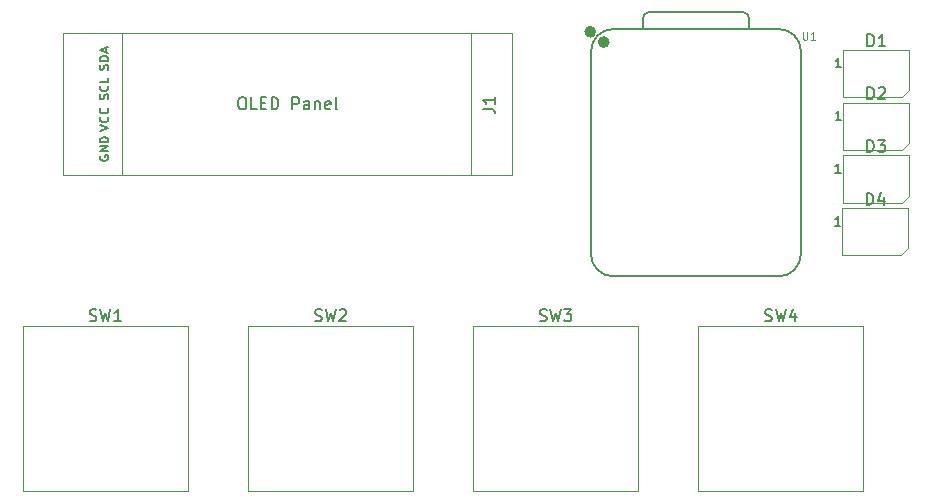
<source format=gbr>
%TF.GenerationSoftware,KiCad,Pcbnew,9.0.6*%
%TF.CreationDate,2025-12-02T23:32:36+00:00*%
%TF.ProjectId,MyPCB,4d795043-422e-46b6-9963-61645f706362,rev?*%
%TF.SameCoordinates,Original*%
%TF.FileFunction,Legend,Top*%
%TF.FilePolarity,Positive*%
%FSLAX46Y46*%
G04 Gerber Fmt 4.6, Leading zero omitted, Abs format (unit mm)*
G04 Created by KiCad (PCBNEW 9.0.6) date 2025-12-02 23:32:36*
%MOMM*%
%LPD*%
G01*
G04 APERTURE LIST*
%ADD10C,0.150000*%
%ADD11C,0.101600*%
%ADD12C,0.040000*%
%ADD13C,0.120000*%
%ADD14C,0.127000*%
%ADD15C,0.100000*%
%ADD16C,0.504000*%
G04 APERTURE END LIST*
D10*
X203854819Y-90183333D02*
X204569104Y-90183333D01*
X204569104Y-90183333D02*
X204711961Y-90230952D01*
X204711961Y-90230952D02*
X204807200Y-90326190D01*
X204807200Y-90326190D02*
X204854819Y-90469047D01*
X204854819Y-90469047D02*
X204854819Y-90564285D01*
X204854819Y-89183333D02*
X204854819Y-89754761D01*
X204854819Y-89469047D02*
X203854819Y-89469047D01*
X203854819Y-89469047D02*
X203997676Y-89564285D01*
X203997676Y-89564285D02*
X204092914Y-89659523D01*
X204092914Y-89659523D02*
X204140533Y-89754761D01*
X183371428Y-89214819D02*
X183561904Y-89214819D01*
X183561904Y-89214819D02*
X183657142Y-89262438D01*
X183657142Y-89262438D02*
X183752380Y-89357676D01*
X183752380Y-89357676D02*
X183799999Y-89548152D01*
X183799999Y-89548152D02*
X183799999Y-89881485D01*
X183799999Y-89881485D02*
X183752380Y-90071961D01*
X183752380Y-90071961D02*
X183657142Y-90167200D01*
X183657142Y-90167200D02*
X183561904Y-90214819D01*
X183561904Y-90214819D02*
X183371428Y-90214819D01*
X183371428Y-90214819D02*
X183276190Y-90167200D01*
X183276190Y-90167200D02*
X183180952Y-90071961D01*
X183180952Y-90071961D02*
X183133333Y-89881485D01*
X183133333Y-89881485D02*
X183133333Y-89548152D01*
X183133333Y-89548152D02*
X183180952Y-89357676D01*
X183180952Y-89357676D02*
X183276190Y-89262438D01*
X183276190Y-89262438D02*
X183371428Y-89214819D01*
X184704761Y-90214819D02*
X184228571Y-90214819D01*
X184228571Y-90214819D02*
X184228571Y-89214819D01*
X185038095Y-89691009D02*
X185371428Y-89691009D01*
X185514285Y-90214819D02*
X185038095Y-90214819D01*
X185038095Y-90214819D02*
X185038095Y-89214819D01*
X185038095Y-89214819D02*
X185514285Y-89214819D01*
X185942857Y-90214819D02*
X185942857Y-89214819D01*
X185942857Y-89214819D02*
X186180952Y-89214819D01*
X186180952Y-89214819D02*
X186323809Y-89262438D01*
X186323809Y-89262438D02*
X186419047Y-89357676D01*
X186419047Y-89357676D02*
X186466666Y-89452914D01*
X186466666Y-89452914D02*
X186514285Y-89643390D01*
X186514285Y-89643390D02*
X186514285Y-89786247D01*
X186514285Y-89786247D02*
X186466666Y-89976723D01*
X186466666Y-89976723D02*
X186419047Y-90071961D01*
X186419047Y-90071961D02*
X186323809Y-90167200D01*
X186323809Y-90167200D02*
X186180952Y-90214819D01*
X186180952Y-90214819D02*
X185942857Y-90214819D01*
X187704762Y-90214819D02*
X187704762Y-89214819D01*
X187704762Y-89214819D02*
X188085714Y-89214819D01*
X188085714Y-89214819D02*
X188180952Y-89262438D01*
X188180952Y-89262438D02*
X188228571Y-89310057D01*
X188228571Y-89310057D02*
X188276190Y-89405295D01*
X188276190Y-89405295D02*
X188276190Y-89548152D01*
X188276190Y-89548152D02*
X188228571Y-89643390D01*
X188228571Y-89643390D02*
X188180952Y-89691009D01*
X188180952Y-89691009D02*
X188085714Y-89738628D01*
X188085714Y-89738628D02*
X187704762Y-89738628D01*
X189133333Y-90214819D02*
X189133333Y-89691009D01*
X189133333Y-89691009D02*
X189085714Y-89595771D01*
X189085714Y-89595771D02*
X188990476Y-89548152D01*
X188990476Y-89548152D02*
X188800000Y-89548152D01*
X188800000Y-89548152D02*
X188704762Y-89595771D01*
X189133333Y-90167200D02*
X189038095Y-90214819D01*
X189038095Y-90214819D02*
X188800000Y-90214819D01*
X188800000Y-90214819D02*
X188704762Y-90167200D01*
X188704762Y-90167200D02*
X188657143Y-90071961D01*
X188657143Y-90071961D02*
X188657143Y-89976723D01*
X188657143Y-89976723D02*
X188704762Y-89881485D01*
X188704762Y-89881485D02*
X188800000Y-89833866D01*
X188800000Y-89833866D02*
X189038095Y-89833866D01*
X189038095Y-89833866D02*
X189133333Y-89786247D01*
X189609524Y-89548152D02*
X189609524Y-90214819D01*
X189609524Y-89643390D02*
X189657143Y-89595771D01*
X189657143Y-89595771D02*
X189752381Y-89548152D01*
X189752381Y-89548152D02*
X189895238Y-89548152D01*
X189895238Y-89548152D02*
X189990476Y-89595771D01*
X189990476Y-89595771D02*
X190038095Y-89691009D01*
X190038095Y-89691009D02*
X190038095Y-90214819D01*
X190895238Y-90167200D02*
X190800000Y-90214819D01*
X190800000Y-90214819D02*
X190609524Y-90214819D01*
X190609524Y-90214819D02*
X190514286Y-90167200D01*
X190514286Y-90167200D02*
X190466667Y-90071961D01*
X190466667Y-90071961D02*
X190466667Y-89691009D01*
X190466667Y-89691009D02*
X190514286Y-89595771D01*
X190514286Y-89595771D02*
X190609524Y-89548152D01*
X190609524Y-89548152D02*
X190800000Y-89548152D01*
X190800000Y-89548152D02*
X190895238Y-89595771D01*
X190895238Y-89595771D02*
X190942857Y-89691009D01*
X190942857Y-89691009D02*
X190942857Y-89786247D01*
X190942857Y-89786247D02*
X190466667Y-89881485D01*
X191514286Y-90214819D02*
X191419048Y-90167200D01*
X191419048Y-90167200D02*
X191371429Y-90071961D01*
X191371429Y-90071961D02*
X191371429Y-89214819D01*
X171389164Y-92029999D02*
X172139164Y-91779999D01*
X172139164Y-91779999D02*
X171389164Y-91529999D01*
X172067735Y-90851428D02*
X172103450Y-90887142D01*
X172103450Y-90887142D02*
X172139164Y-90994285D01*
X172139164Y-90994285D02*
X172139164Y-91065713D01*
X172139164Y-91065713D02*
X172103450Y-91172856D01*
X172103450Y-91172856D02*
X172032021Y-91244285D01*
X172032021Y-91244285D02*
X171960592Y-91279999D01*
X171960592Y-91279999D02*
X171817735Y-91315713D01*
X171817735Y-91315713D02*
X171710592Y-91315713D01*
X171710592Y-91315713D02*
X171567735Y-91279999D01*
X171567735Y-91279999D02*
X171496307Y-91244285D01*
X171496307Y-91244285D02*
X171424878Y-91172856D01*
X171424878Y-91172856D02*
X171389164Y-91065713D01*
X171389164Y-91065713D02*
X171389164Y-90994285D01*
X171389164Y-90994285D02*
X171424878Y-90887142D01*
X171424878Y-90887142D02*
X171460592Y-90851428D01*
X172067735Y-90101428D02*
X172103450Y-90137142D01*
X172103450Y-90137142D02*
X172139164Y-90244285D01*
X172139164Y-90244285D02*
X172139164Y-90315713D01*
X172139164Y-90315713D02*
X172103450Y-90422856D01*
X172103450Y-90422856D02*
X172032021Y-90494285D01*
X172032021Y-90494285D02*
X171960592Y-90529999D01*
X171960592Y-90529999D02*
X171817735Y-90565713D01*
X171817735Y-90565713D02*
X171710592Y-90565713D01*
X171710592Y-90565713D02*
X171567735Y-90529999D01*
X171567735Y-90529999D02*
X171496307Y-90494285D01*
X171496307Y-90494285D02*
X171424878Y-90422856D01*
X171424878Y-90422856D02*
X171389164Y-90315713D01*
X171389164Y-90315713D02*
X171389164Y-90244285D01*
X171389164Y-90244285D02*
X171424878Y-90137142D01*
X171424878Y-90137142D02*
X171460592Y-90101428D01*
X171424878Y-94141428D02*
X171389164Y-94212857D01*
X171389164Y-94212857D02*
X171389164Y-94319999D01*
X171389164Y-94319999D02*
X171424878Y-94427142D01*
X171424878Y-94427142D02*
X171496307Y-94498571D01*
X171496307Y-94498571D02*
X171567735Y-94534285D01*
X171567735Y-94534285D02*
X171710592Y-94569999D01*
X171710592Y-94569999D02*
X171817735Y-94569999D01*
X171817735Y-94569999D02*
X171960592Y-94534285D01*
X171960592Y-94534285D02*
X172032021Y-94498571D01*
X172032021Y-94498571D02*
X172103450Y-94427142D01*
X172103450Y-94427142D02*
X172139164Y-94319999D01*
X172139164Y-94319999D02*
X172139164Y-94248571D01*
X172139164Y-94248571D02*
X172103450Y-94141428D01*
X172103450Y-94141428D02*
X172067735Y-94105714D01*
X172067735Y-94105714D02*
X171817735Y-94105714D01*
X171817735Y-94105714D02*
X171817735Y-94248571D01*
X172139164Y-93784285D02*
X171389164Y-93784285D01*
X171389164Y-93784285D02*
X172139164Y-93355714D01*
X172139164Y-93355714D02*
X171389164Y-93355714D01*
X172139164Y-92998571D02*
X171389164Y-92998571D01*
X171389164Y-92998571D02*
X171389164Y-92820000D01*
X171389164Y-92820000D02*
X171424878Y-92712857D01*
X171424878Y-92712857D02*
X171496307Y-92641428D01*
X171496307Y-92641428D02*
X171567735Y-92605714D01*
X171567735Y-92605714D02*
X171710592Y-92570000D01*
X171710592Y-92570000D02*
X171817735Y-92570000D01*
X171817735Y-92570000D02*
X171960592Y-92605714D01*
X171960592Y-92605714D02*
X172032021Y-92641428D01*
X172032021Y-92641428D02*
X172103450Y-92712857D01*
X172103450Y-92712857D02*
X172139164Y-92820000D01*
X172139164Y-92820000D02*
X172139164Y-92998571D01*
X172103450Y-86860713D02*
X172139164Y-86753571D01*
X172139164Y-86753571D02*
X172139164Y-86574999D01*
X172139164Y-86574999D02*
X172103450Y-86503571D01*
X172103450Y-86503571D02*
X172067735Y-86467856D01*
X172067735Y-86467856D02*
X171996307Y-86432142D01*
X171996307Y-86432142D02*
X171924878Y-86432142D01*
X171924878Y-86432142D02*
X171853450Y-86467856D01*
X171853450Y-86467856D02*
X171817735Y-86503571D01*
X171817735Y-86503571D02*
X171782021Y-86574999D01*
X171782021Y-86574999D02*
X171746307Y-86717856D01*
X171746307Y-86717856D02*
X171710592Y-86789285D01*
X171710592Y-86789285D02*
X171674878Y-86824999D01*
X171674878Y-86824999D02*
X171603450Y-86860713D01*
X171603450Y-86860713D02*
X171532021Y-86860713D01*
X171532021Y-86860713D02*
X171460592Y-86824999D01*
X171460592Y-86824999D02*
X171424878Y-86789285D01*
X171424878Y-86789285D02*
X171389164Y-86717856D01*
X171389164Y-86717856D02*
X171389164Y-86539285D01*
X171389164Y-86539285D02*
X171424878Y-86432142D01*
X172139164Y-86110713D02*
X171389164Y-86110713D01*
X171389164Y-86110713D02*
X171389164Y-85932142D01*
X171389164Y-85932142D02*
X171424878Y-85824999D01*
X171424878Y-85824999D02*
X171496307Y-85753570D01*
X171496307Y-85753570D02*
X171567735Y-85717856D01*
X171567735Y-85717856D02*
X171710592Y-85682142D01*
X171710592Y-85682142D02*
X171817735Y-85682142D01*
X171817735Y-85682142D02*
X171960592Y-85717856D01*
X171960592Y-85717856D02*
X172032021Y-85753570D01*
X172032021Y-85753570D02*
X172103450Y-85824999D01*
X172103450Y-85824999D02*
X172139164Y-85932142D01*
X172139164Y-85932142D02*
X172139164Y-86110713D01*
X171924878Y-85396427D02*
X171924878Y-85039285D01*
X172139164Y-85467856D02*
X171389164Y-85217856D01*
X171389164Y-85217856D02*
X172139164Y-84967856D01*
X172103450Y-89382856D02*
X172139164Y-89275714D01*
X172139164Y-89275714D02*
X172139164Y-89097142D01*
X172139164Y-89097142D02*
X172103450Y-89025714D01*
X172103450Y-89025714D02*
X172067735Y-88989999D01*
X172067735Y-88989999D02*
X171996307Y-88954285D01*
X171996307Y-88954285D02*
X171924878Y-88954285D01*
X171924878Y-88954285D02*
X171853450Y-88989999D01*
X171853450Y-88989999D02*
X171817735Y-89025714D01*
X171817735Y-89025714D02*
X171782021Y-89097142D01*
X171782021Y-89097142D02*
X171746307Y-89239999D01*
X171746307Y-89239999D02*
X171710592Y-89311428D01*
X171710592Y-89311428D02*
X171674878Y-89347142D01*
X171674878Y-89347142D02*
X171603450Y-89382856D01*
X171603450Y-89382856D02*
X171532021Y-89382856D01*
X171532021Y-89382856D02*
X171460592Y-89347142D01*
X171460592Y-89347142D02*
X171424878Y-89311428D01*
X171424878Y-89311428D02*
X171389164Y-89239999D01*
X171389164Y-89239999D02*
X171389164Y-89061428D01*
X171389164Y-89061428D02*
X171424878Y-88954285D01*
X172067735Y-88204285D02*
X172103450Y-88239999D01*
X172103450Y-88239999D02*
X172139164Y-88347142D01*
X172139164Y-88347142D02*
X172139164Y-88418570D01*
X172139164Y-88418570D02*
X172103450Y-88525713D01*
X172103450Y-88525713D02*
X172032021Y-88597142D01*
X172032021Y-88597142D02*
X171960592Y-88632856D01*
X171960592Y-88632856D02*
X171817735Y-88668570D01*
X171817735Y-88668570D02*
X171710592Y-88668570D01*
X171710592Y-88668570D02*
X171567735Y-88632856D01*
X171567735Y-88632856D02*
X171496307Y-88597142D01*
X171496307Y-88597142D02*
X171424878Y-88525713D01*
X171424878Y-88525713D02*
X171389164Y-88418570D01*
X171389164Y-88418570D02*
X171389164Y-88347142D01*
X171389164Y-88347142D02*
X171424878Y-88239999D01*
X171424878Y-88239999D02*
X171460592Y-88204285D01*
X172139164Y-87525713D02*
X172139164Y-87882856D01*
X172139164Y-87882856D02*
X171389164Y-87882856D01*
X236401905Y-84879819D02*
X236401905Y-83879819D01*
X236401905Y-83879819D02*
X236640000Y-83879819D01*
X236640000Y-83879819D02*
X236782857Y-83927438D01*
X236782857Y-83927438D02*
X236878095Y-84022676D01*
X236878095Y-84022676D02*
X236925714Y-84117914D01*
X236925714Y-84117914D02*
X236973333Y-84308390D01*
X236973333Y-84308390D02*
X236973333Y-84451247D01*
X236973333Y-84451247D02*
X236925714Y-84641723D01*
X236925714Y-84641723D02*
X236878095Y-84736961D01*
X236878095Y-84736961D02*
X236782857Y-84832200D01*
X236782857Y-84832200D02*
X236640000Y-84879819D01*
X236640000Y-84879819D02*
X236401905Y-84879819D01*
X237925714Y-84879819D02*
X237354286Y-84879819D01*
X237640000Y-84879819D02*
X237640000Y-83879819D01*
X237640000Y-83879819D02*
X237544762Y-84022676D01*
X237544762Y-84022676D02*
X237449524Y-84117914D01*
X237449524Y-84117914D02*
X237354286Y-84165533D01*
X234168571Y-86662295D02*
X233711428Y-86662295D01*
X233940000Y-86662295D02*
X233940000Y-85862295D01*
X233940000Y-85862295D02*
X233863809Y-85976580D01*
X233863809Y-85976580D02*
X233787619Y-86052771D01*
X233787619Y-86052771D02*
X233711428Y-86090866D01*
X236401905Y-89352319D02*
X236401905Y-88352319D01*
X236401905Y-88352319D02*
X236640000Y-88352319D01*
X236640000Y-88352319D02*
X236782857Y-88399938D01*
X236782857Y-88399938D02*
X236878095Y-88495176D01*
X236878095Y-88495176D02*
X236925714Y-88590414D01*
X236925714Y-88590414D02*
X236973333Y-88780890D01*
X236973333Y-88780890D02*
X236973333Y-88923747D01*
X236973333Y-88923747D02*
X236925714Y-89114223D01*
X236925714Y-89114223D02*
X236878095Y-89209461D01*
X236878095Y-89209461D02*
X236782857Y-89304700D01*
X236782857Y-89304700D02*
X236640000Y-89352319D01*
X236640000Y-89352319D02*
X236401905Y-89352319D01*
X237354286Y-88447557D02*
X237401905Y-88399938D01*
X237401905Y-88399938D02*
X237497143Y-88352319D01*
X237497143Y-88352319D02*
X237735238Y-88352319D01*
X237735238Y-88352319D02*
X237830476Y-88399938D01*
X237830476Y-88399938D02*
X237878095Y-88447557D01*
X237878095Y-88447557D02*
X237925714Y-88542795D01*
X237925714Y-88542795D02*
X237925714Y-88638033D01*
X237925714Y-88638033D02*
X237878095Y-88780890D01*
X237878095Y-88780890D02*
X237306667Y-89352319D01*
X237306667Y-89352319D02*
X237925714Y-89352319D01*
X234168571Y-91134795D02*
X233711428Y-91134795D01*
X233940000Y-91134795D02*
X233940000Y-90334795D01*
X233940000Y-90334795D02*
X233863809Y-90449080D01*
X233863809Y-90449080D02*
X233787619Y-90525271D01*
X233787619Y-90525271D02*
X233711428Y-90563366D01*
X236381905Y-93824819D02*
X236381905Y-92824819D01*
X236381905Y-92824819D02*
X236620000Y-92824819D01*
X236620000Y-92824819D02*
X236762857Y-92872438D01*
X236762857Y-92872438D02*
X236858095Y-92967676D01*
X236858095Y-92967676D02*
X236905714Y-93062914D01*
X236905714Y-93062914D02*
X236953333Y-93253390D01*
X236953333Y-93253390D02*
X236953333Y-93396247D01*
X236953333Y-93396247D02*
X236905714Y-93586723D01*
X236905714Y-93586723D02*
X236858095Y-93681961D01*
X236858095Y-93681961D02*
X236762857Y-93777200D01*
X236762857Y-93777200D02*
X236620000Y-93824819D01*
X236620000Y-93824819D02*
X236381905Y-93824819D01*
X237286667Y-92824819D02*
X237905714Y-92824819D01*
X237905714Y-92824819D02*
X237572381Y-93205771D01*
X237572381Y-93205771D02*
X237715238Y-93205771D01*
X237715238Y-93205771D02*
X237810476Y-93253390D01*
X237810476Y-93253390D02*
X237858095Y-93301009D01*
X237858095Y-93301009D02*
X237905714Y-93396247D01*
X237905714Y-93396247D02*
X237905714Y-93634342D01*
X237905714Y-93634342D02*
X237858095Y-93729580D01*
X237858095Y-93729580D02*
X237810476Y-93777200D01*
X237810476Y-93777200D02*
X237715238Y-93824819D01*
X237715238Y-93824819D02*
X237429524Y-93824819D01*
X237429524Y-93824819D02*
X237334286Y-93777200D01*
X237334286Y-93777200D02*
X237286667Y-93729580D01*
X234148571Y-95607295D02*
X233691428Y-95607295D01*
X233920000Y-95607295D02*
X233920000Y-94807295D01*
X233920000Y-94807295D02*
X233843809Y-94921580D01*
X233843809Y-94921580D02*
X233767619Y-94997771D01*
X233767619Y-94997771D02*
X233691428Y-95035866D01*
X236331905Y-98297319D02*
X236331905Y-97297319D01*
X236331905Y-97297319D02*
X236570000Y-97297319D01*
X236570000Y-97297319D02*
X236712857Y-97344938D01*
X236712857Y-97344938D02*
X236808095Y-97440176D01*
X236808095Y-97440176D02*
X236855714Y-97535414D01*
X236855714Y-97535414D02*
X236903333Y-97725890D01*
X236903333Y-97725890D02*
X236903333Y-97868747D01*
X236903333Y-97868747D02*
X236855714Y-98059223D01*
X236855714Y-98059223D02*
X236808095Y-98154461D01*
X236808095Y-98154461D02*
X236712857Y-98249700D01*
X236712857Y-98249700D02*
X236570000Y-98297319D01*
X236570000Y-98297319D02*
X236331905Y-98297319D01*
X237760476Y-97630652D02*
X237760476Y-98297319D01*
X237522381Y-97249700D02*
X237284286Y-97963985D01*
X237284286Y-97963985D02*
X237903333Y-97963985D01*
X234098571Y-100079795D02*
X233641428Y-100079795D01*
X233870000Y-100079795D02*
X233870000Y-99279795D01*
X233870000Y-99279795D02*
X233793809Y-99394080D01*
X233793809Y-99394080D02*
X233717619Y-99470271D01*
X233717619Y-99470271D02*
X233641428Y-99508366D01*
X189620000Y-108103200D02*
X189762857Y-108150819D01*
X189762857Y-108150819D02*
X190000952Y-108150819D01*
X190000952Y-108150819D02*
X190096190Y-108103200D01*
X190096190Y-108103200D02*
X190143809Y-108055580D01*
X190143809Y-108055580D02*
X190191428Y-107960342D01*
X190191428Y-107960342D02*
X190191428Y-107865104D01*
X190191428Y-107865104D02*
X190143809Y-107769866D01*
X190143809Y-107769866D02*
X190096190Y-107722247D01*
X190096190Y-107722247D02*
X190000952Y-107674628D01*
X190000952Y-107674628D02*
X189810476Y-107627009D01*
X189810476Y-107627009D02*
X189715238Y-107579390D01*
X189715238Y-107579390D02*
X189667619Y-107531771D01*
X189667619Y-107531771D02*
X189620000Y-107436533D01*
X189620000Y-107436533D02*
X189620000Y-107341295D01*
X189620000Y-107341295D02*
X189667619Y-107246057D01*
X189667619Y-107246057D02*
X189715238Y-107198438D01*
X189715238Y-107198438D02*
X189810476Y-107150819D01*
X189810476Y-107150819D02*
X190048571Y-107150819D01*
X190048571Y-107150819D02*
X190191428Y-107198438D01*
X190524762Y-107150819D02*
X190762857Y-108150819D01*
X190762857Y-108150819D02*
X190953333Y-107436533D01*
X190953333Y-107436533D02*
X191143809Y-108150819D01*
X191143809Y-108150819D02*
X191381905Y-107150819D01*
X191715238Y-107246057D02*
X191762857Y-107198438D01*
X191762857Y-107198438D02*
X191858095Y-107150819D01*
X191858095Y-107150819D02*
X192096190Y-107150819D01*
X192096190Y-107150819D02*
X192191428Y-107198438D01*
X192191428Y-107198438D02*
X192239047Y-107246057D01*
X192239047Y-107246057D02*
X192286666Y-107341295D01*
X192286666Y-107341295D02*
X192286666Y-107436533D01*
X192286666Y-107436533D02*
X192239047Y-107579390D01*
X192239047Y-107579390D02*
X191667619Y-108150819D01*
X191667619Y-108150819D02*
X192286666Y-108150819D01*
X208656667Y-108103200D02*
X208799524Y-108150819D01*
X208799524Y-108150819D02*
X209037619Y-108150819D01*
X209037619Y-108150819D02*
X209132857Y-108103200D01*
X209132857Y-108103200D02*
X209180476Y-108055580D01*
X209180476Y-108055580D02*
X209228095Y-107960342D01*
X209228095Y-107960342D02*
X209228095Y-107865104D01*
X209228095Y-107865104D02*
X209180476Y-107769866D01*
X209180476Y-107769866D02*
X209132857Y-107722247D01*
X209132857Y-107722247D02*
X209037619Y-107674628D01*
X209037619Y-107674628D02*
X208847143Y-107627009D01*
X208847143Y-107627009D02*
X208751905Y-107579390D01*
X208751905Y-107579390D02*
X208704286Y-107531771D01*
X208704286Y-107531771D02*
X208656667Y-107436533D01*
X208656667Y-107436533D02*
X208656667Y-107341295D01*
X208656667Y-107341295D02*
X208704286Y-107246057D01*
X208704286Y-107246057D02*
X208751905Y-107198438D01*
X208751905Y-107198438D02*
X208847143Y-107150819D01*
X208847143Y-107150819D02*
X209085238Y-107150819D01*
X209085238Y-107150819D02*
X209228095Y-107198438D01*
X209561429Y-107150819D02*
X209799524Y-108150819D01*
X209799524Y-108150819D02*
X209990000Y-107436533D01*
X209990000Y-107436533D02*
X210180476Y-108150819D01*
X210180476Y-108150819D02*
X210418572Y-107150819D01*
X210704286Y-107150819D02*
X211323333Y-107150819D01*
X211323333Y-107150819D02*
X210990000Y-107531771D01*
X210990000Y-107531771D02*
X211132857Y-107531771D01*
X211132857Y-107531771D02*
X211228095Y-107579390D01*
X211228095Y-107579390D02*
X211275714Y-107627009D01*
X211275714Y-107627009D02*
X211323333Y-107722247D01*
X211323333Y-107722247D02*
X211323333Y-107960342D01*
X211323333Y-107960342D02*
X211275714Y-108055580D01*
X211275714Y-108055580D02*
X211228095Y-108103200D01*
X211228095Y-108103200D02*
X211132857Y-108150819D01*
X211132857Y-108150819D02*
X210847143Y-108150819D01*
X210847143Y-108150819D02*
X210751905Y-108103200D01*
X210751905Y-108103200D02*
X210704286Y-108055580D01*
X227726667Y-108103200D02*
X227869524Y-108150819D01*
X227869524Y-108150819D02*
X228107619Y-108150819D01*
X228107619Y-108150819D02*
X228202857Y-108103200D01*
X228202857Y-108103200D02*
X228250476Y-108055580D01*
X228250476Y-108055580D02*
X228298095Y-107960342D01*
X228298095Y-107960342D02*
X228298095Y-107865104D01*
X228298095Y-107865104D02*
X228250476Y-107769866D01*
X228250476Y-107769866D02*
X228202857Y-107722247D01*
X228202857Y-107722247D02*
X228107619Y-107674628D01*
X228107619Y-107674628D02*
X227917143Y-107627009D01*
X227917143Y-107627009D02*
X227821905Y-107579390D01*
X227821905Y-107579390D02*
X227774286Y-107531771D01*
X227774286Y-107531771D02*
X227726667Y-107436533D01*
X227726667Y-107436533D02*
X227726667Y-107341295D01*
X227726667Y-107341295D02*
X227774286Y-107246057D01*
X227774286Y-107246057D02*
X227821905Y-107198438D01*
X227821905Y-107198438D02*
X227917143Y-107150819D01*
X227917143Y-107150819D02*
X228155238Y-107150819D01*
X228155238Y-107150819D02*
X228298095Y-107198438D01*
X228631429Y-107150819D02*
X228869524Y-108150819D01*
X228869524Y-108150819D02*
X229060000Y-107436533D01*
X229060000Y-107436533D02*
X229250476Y-108150819D01*
X229250476Y-108150819D02*
X229488572Y-107150819D01*
X230298095Y-107484152D02*
X230298095Y-108150819D01*
X230060000Y-107103200D02*
X229821905Y-107817485D01*
X229821905Y-107817485D02*
X230440952Y-107817485D01*
D11*
X230946190Y-83673479D02*
X230946190Y-84187526D01*
X230946190Y-84187526D02*
X230976428Y-84248002D01*
X230976428Y-84248002D02*
X231006666Y-84278241D01*
X231006666Y-84278241D02*
X231067142Y-84308479D01*
X231067142Y-84308479D02*
X231188095Y-84308479D01*
X231188095Y-84308479D02*
X231248571Y-84278241D01*
X231248571Y-84278241D02*
X231278809Y-84248002D01*
X231278809Y-84248002D02*
X231309047Y-84187526D01*
X231309047Y-84187526D02*
X231309047Y-83673479D01*
X231944047Y-84308479D02*
X231581190Y-84308479D01*
X231762618Y-84308479D02*
X231762618Y-83673479D01*
X231762618Y-83673479D02*
X231702142Y-83764193D01*
X231702142Y-83764193D02*
X231641666Y-83824669D01*
X231641666Y-83824669D02*
X231581190Y-83854907D01*
D10*
X170546667Y-108103200D02*
X170689524Y-108150819D01*
X170689524Y-108150819D02*
X170927619Y-108150819D01*
X170927619Y-108150819D02*
X171022857Y-108103200D01*
X171022857Y-108103200D02*
X171070476Y-108055580D01*
X171070476Y-108055580D02*
X171118095Y-107960342D01*
X171118095Y-107960342D02*
X171118095Y-107865104D01*
X171118095Y-107865104D02*
X171070476Y-107769866D01*
X171070476Y-107769866D02*
X171022857Y-107722247D01*
X171022857Y-107722247D02*
X170927619Y-107674628D01*
X170927619Y-107674628D02*
X170737143Y-107627009D01*
X170737143Y-107627009D02*
X170641905Y-107579390D01*
X170641905Y-107579390D02*
X170594286Y-107531771D01*
X170594286Y-107531771D02*
X170546667Y-107436533D01*
X170546667Y-107436533D02*
X170546667Y-107341295D01*
X170546667Y-107341295D02*
X170594286Y-107246057D01*
X170594286Y-107246057D02*
X170641905Y-107198438D01*
X170641905Y-107198438D02*
X170737143Y-107150819D01*
X170737143Y-107150819D02*
X170975238Y-107150819D01*
X170975238Y-107150819D02*
X171118095Y-107198438D01*
X171451429Y-107150819D02*
X171689524Y-108150819D01*
X171689524Y-108150819D02*
X171880000Y-107436533D01*
X171880000Y-107436533D02*
X172070476Y-108150819D01*
X172070476Y-108150819D02*
X172308572Y-107150819D01*
X173213333Y-108150819D02*
X172641905Y-108150819D01*
X172927619Y-108150819D02*
X172927619Y-107150819D01*
X172927619Y-107150819D02*
X172832381Y-107293676D01*
X172832381Y-107293676D02*
X172737143Y-107388914D01*
X172737143Y-107388914D02*
X172641905Y-107436533D01*
D12*
%TO.C,J1*%
X206300000Y-95760000D02*
X206300000Y-83760000D01*
X206300000Y-83760000D02*
X168300000Y-83760000D01*
X202800000Y-95760000D02*
X202800000Y-83760000D01*
X173300000Y-95760000D02*
X173300000Y-83760000D01*
X168300000Y-95760000D02*
X206300000Y-95760000D01*
X168300000Y-83760000D02*
X168300000Y-95760000D01*
D13*
%TO.C,D1*%
X234340000Y-85175000D02*
X234340000Y-89175000D01*
X234340000Y-85175000D02*
X239940000Y-85175000D01*
X234340000Y-89175000D02*
X239340000Y-89175000D01*
X239940000Y-88575000D02*
X239340000Y-89175000D01*
X239940000Y-88575000D02*
X239940000Y-85175000D01*
%TO.C,D2*%
X234340000Y-89647500D02*
X234340000Y-93647500D01*
X234340000Y-89647500D02*
X239940000Y-89647500D01*
X234340000Y-93647500D02*
X239340000Y-93647500D01*
X239940000Y-93047500D02*
X239340000Y-93647500D01*
X239940000Y-93047500D02*
X239940000Y-89647500D01*
%TO.C,D3*%
X234320000Y-94120000D02*
X234320000Y-98120000D01*
X234320000Y-94120000D02*
X239920000Y-94120000D01*
X234320000Y-98120000D02*
X239320000Y-98120000D01*
X239920000Y-97520000D02*
X239320000Y-98120000D01*
X239920000Y-97520000D02*
X239920000Y-94120000D01*
%TO.C,D4*%
X234270000Y-98592500D02*
X234270000Y-102592500D01*
X234270000Y-98592500D02*
X239870000Y-98592500D01*
X234270000Y-102592500D02*
X239270000Y-102592500D01*
X239870000Y-101992500D02*
X239270000Y-102592500D01*
X239870000Y-101992500D02*
X239870000Y-98592500D01*
%TO.C,SW2*%
X183968333Y-108585000D02*
X197938333Y-108585000D01*
X183968333Y-122555000D02*
X183968333Y-108585000D01*
X197938333Y-108585000D02*
X197938333Y-122555000D01*
X197938333Y-122555000D02*
X183968333Y-122555000D01*
%TO.C,SW3*%
X203005000Y-108585000D02*
X216975000Y-108585000D01*
X203005000Y-122555000D02*
X203005000Y-108585000D01*
X216975000Y-108585000D02*
X216975000Y-122555000D01*
X216975000Y-122555000D02*
X203005000Y-122555000D01*
%TO.C,SW4*%
X222075000Y-108585000D02*
X236045000Y-108585000D01*
X222075000Y-122555000D02*
X222075000Y-108585000D01*
X236045000Y-108585000D02*
X236045000Y-122555000D01*
X236045000Y-122555000D02*
X222075000Y-122555000D01*
D14*
%TO.C,U1*%
X212987332Y-102459000D02*
X212987332Y-85314000D01*
X214892332Y-104364000D02*
X228862332Y-104364000D01*
X217382332Y-83409000D02*
X217386060Y-82498728D01*
X217886060Y-81999000D02*
X225881332Y-81999000D01*
X226381332Y-82499000D02*
X226381332Y-83409000D01*
D15*
X228862332Y-83409000D02*
X214892332Y-83409000D01*
D14*
X228862332Y-83409000D02*
X214892332Y-83409000D01*
X230767332Y-102459000D02*
X230767332Y-85314000D01*
X212987332Y-85314000D02*
G75*
G02*
X214892332Y-83409000I1905001J-1D01*
G01*
X214892332Y-104364000D02*
G75*
G02*
X212987332Y-102459000I1J1905001D01*
G01*
X217386060Y-82498728D02*
G75*
G02*
X217886060Y-81999001I500018J-291D01*
G01*
X225881332Y-81999000D02*
G75*
G02*
X226381332Y-82499000I0J-500000D01*
G01*
X228862332Y-83409000D02*
G75*
G02*
X230767332Y-85314000I0J-1905000D01*
G01*
X230767332Y-102459000D02*
G75*
G02*
X228862332Y-104364000I-1905000J0D01*
G01*
D16*
X213179332Y-83650000D02*
G75*
G02*
X212675332Y-83650000I-252000J0D01*
G01*
X212675332Y-83650000D02*
G75*
G02*
X213179332Y-83650000I252000J0D01*
G01*
X214322332Y-84530000D02*
G75*
G02*
X213818332Y-84530000I-252000J0D01*
G01*
X213818332Y-84530000D02*
G75*
G02*
X214322332Y-84530000I252000J0D01*
G01*
D13*
%TO.C,SW1*%
X164895000Y-108585000D02*
X178865000Y-108585000D01*
X164895000Y-122555000D02*
X164895000Y-108585000D01*
X178865000Y-108585000D02*
X178865000Y-122555000D01*
X178865000Y-122555000D02*
X164895000Y-122555000D01*
%TD*%
M02*

</source>
